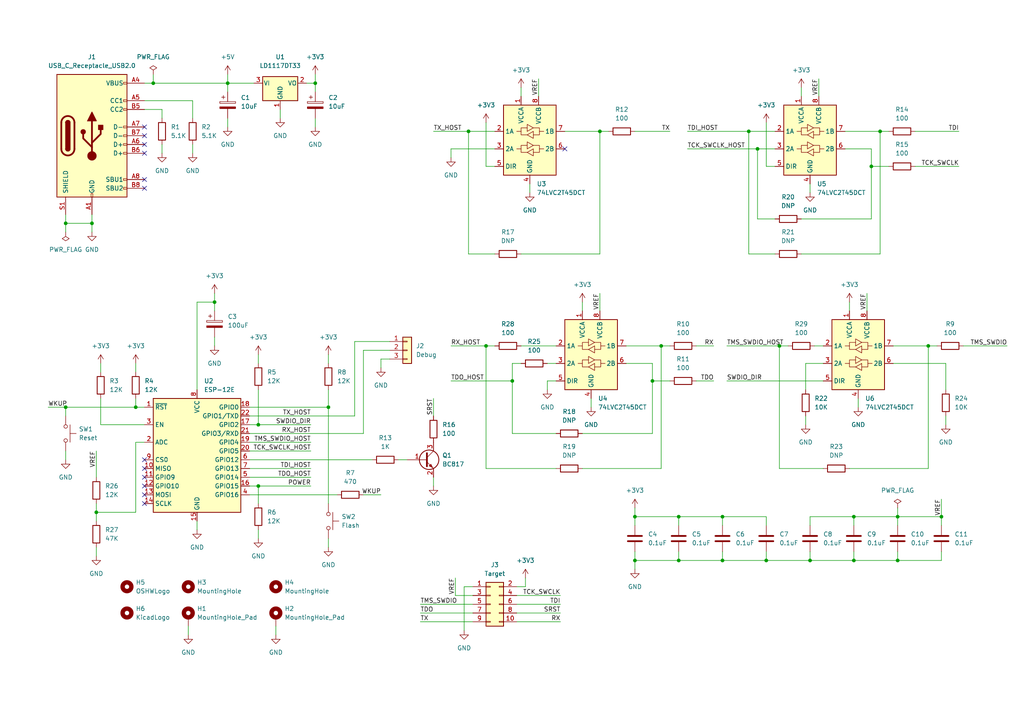
<source format=kicad_sch>
(kicad_sch (version 20211123) (generator eeschema)
  (paper "A4")
  (lib_symbols
    (symbol "Connector:USB_C_Receptacle_USB2.0" (pin_names (offset 1.016))
      (property "Reference" "J" (at -10.16 19.05 0))
      (property "Value" "USB_C_Receptacle_USB2.0" (at 19.05 19.05 0))
      (symbol "USB_C_Receptacle_USB2.0_1_1"
        (pin passive line (at 0 -22.86 90) (length 5.08) (name "GND") (number "A1"))
        (pin passive line (at 0 -22.86 90) (length 5.08) hide (name "GND") (number "A12"))
        (pin passive line (at 15.24 15.24 180) (length 5.08) (name "VBUS") (number "A4"))
        (pin bidirectional line (at 15.24 10.16 180) (length 5.08) (name "CC1") (number "A5"))
        (pin bidirectional line (at 15.24 -2.54 180) (length 5.08) (name "D+") (number "A6"))
        (pin bidirectional line (at 15.24 2.54 180) (length 5.08) (name "D-") (number "A7"))
        (pin bidirectional line (at 15.24 -12.7 180) (length 5.08) (name "SBU1") (number "A8"))
        (pin passive line (at 15.24 15.24 180) (length 5.08) hide (name "VBUS") (number "A9"))
        (pin passive line (at 0 -22.86 90) (length 5.08) hide (name "GND") (number "B1"))
        (pin passive line (at 0 -22.86 90) (length 5.08) hide (name "GND") (number "B12"))
        (pin passive line (at 15.24 15.24 180) (length 5.08) hide (name "VBUS") (number "B4"))
        (pin bidirectional line (at 15.24 7.62 180) (length 5.08) (name "CC2") (number "B5"))
        (pin bidirectional line (at 15.24 -5.08 180) (length 5.08) (name "D+") (number "B6"))
        (pin bidirectional line (at 15.24 0 180) (length 5.08) (name "D-") (number "B7"))
        (pin bidirectional line (at 15.24 -15.24 180) (length 5.08) (name "SBU2") (number "B8"))
        (pin passive line (at 15.24 15.24 180) (length 5.08) hide (name "VBUS") (number "B9"))
        (pin passive line (at -7.62 -22.86 90) (length 5.08) (name "SHIELD") (number "S1"))
      )
    )
    (symbol "Connector_Generic:Conn_01x03" (pin_names (offset 1.016) hide)
      (property "Reference" "J" (at 0 5.08 0))
      (property "Value" "Conn_01x03" (at 0 -5.08 0))
      (symbol "Conn_01x03_1_1"
        (pin passive line (at -5.08 2.54 0) (length 3.81) (name "Pin_1") (number "1"))
        (pin passive line (at -5.08 0 0) (length 3.81) (name "Pin_2") (number "2"))
        (pin passive line (at -5.08 -2.54 0) (length 3.81) (name "Pin_3") (number "3"))
      )
    )
    (symbol "Connector_Generic:Conn_02x05_Odd_Even" (pin_names (offset 1.016) hide)
      (property "Reference" "J" (at 1.27 7.62 0))
      (property "Value" "Conn_02x05_Odd_Even" (at 1.27 -7.62 0))
      (symbol "Conn_02x05_Odd_Even_1_1"
        (pin passive line (at -5.08 5.08 0) (length 3.81) (name "Pin_1") (number "1"))
        (pin passive line (at 7.62 -5.08 180) (length 3.81) (name "Pin_10") (number "10"))
        (pin passive line (at 7.62 5.08 180) (length 3.81) (name "Pin_2") (number "2"))
        (pin passive line (at -5.08 2.54 0) (length 3.81) (name "Pin_3") (number "3"))
        (pin passive line (at 7.62 2.54 180) (length 3.81) (name "Pin_4") (number "4"))
        (pin passive line (at -5.08 0 0) (length 3.81) (name "Pin_5") (number "5"))
        (pin passive line (at 7.62 0 180) (length 3.81) (name "Pin_6") (number "6"))
        (pin passive line (at -5.08 -2.54 0) (length 3.81) (name "Pin_7") (number "7"))
        (pin passive line (at 7.62 -2.54 180) (length 3.81) (name "Pin_8") (number "8"))
        (pin passive line (at -5.08 -5.08 0) (length 3.81) (name "Pin_9") (number "9"))
      )
    )
    (symbol "Device:C" (pin_numbers hide) (pin_names (offset 0.254))
      (property "Reference" "C" (at 0.635 2.54 0))
      (property "Value" "C" (at 0.635 -2.54 0))
      (symbol "C_1_1"
        (pin passive line (at 0 3.81 270) (length 2.794) (name "~") (number "1"))
        (pin passive line (at 0 -3.81 90) (length 2.794) (name "~") (number "2"))
      )
    )
    (symbol "Device:C_Polarized" (pin_numbers hide) (pin_names (offset 0.254))
      (property "Reference" "C" (at 0.635 2.54 0))
      (property "Value" "C_Polarized" (at 0.635 -2.54 0))
      (symbol "C_Polarized_1_1"
        (pin passive line (at 0 3.81 270) (length 2.794) (name "~") (number "1"))
        (pin passive line (at 0 -3.81 90) (length 2.794) (name "~") (number "2"))
      )
    )
    (symbol "Device:Q_PMOS_GSD" (pin_names (offset 0) hide)
      (property "Reference" "Q" (at 5.08 1.27 0))
      (property "Value" "Q_PMOS_GSD" (at 5.08 -1.27 0))
      (symbol "Q_PMOS_GSD_1_1"
        (pin input line (at -5.08 0 0) (length 2.54) (name "G") (number "1"))
        (pin passive line (at 2.54 -5.08 90) (length 2.54) (name "S") (number "2"))
        (pin passive line (at 2.54 5.08 270) (length 2.54) (name "D") (number "3"))
      )
    )
    (symbol "Device:R" (pin_numbers hide) (pin_names (offset 0))
      (property "Reference" "R" (at 2.032 0 90))
      (property "Value" "R" (at 0 0 90))
      (symbol "R_1_1"
        (pin passive line (at 0 3.81 270) (length 1.27) (name "~") (number "1"))
        (pin passive line (at 0 -3.81 90) (length 1.27) (name "~") (number "2"))
      )
    )
    (symbol "Logic_LevelTranslator:74LVC2T45DC"
      (property "Reference" "U" (at 6.35 -11.43 0))
      (property "Value" "74LVC2T45DC" (at 10.16 11.43 0))
      (symbol "74LVC2T45DC_1_1"
        (pin power_in line (at -2.54 12.7 270) (length 2.54) (name "VCCA") (number "1"))
        (pin bidirectional line (at -10.16 2.54 0) (length 2.54) (name "1A") (number "2"))
        (pin bidirectional line (at -10.16 -2.54 0) (length 2.54) (name "2A") (number "3"))
        (pin power_in line (at 0 -12.7 90) (length 2.54) (name "GND") (number "4"))
        (pin input line (at -10.16 -7.62 0) (length 2.54) (name "DIR") (number "5"))
        (pin bidirectional line (at 10.16 -2.54 180) (length 2.54) (name "2B") (number "6"))
        (pin bidirectional line (at 10.16 2.54 180) (length 2.54) (name "1B") (number "7"))
        (pin power_in line (at 2.54 12.7 270) (length 2.54) (name "VCCB") (number "8"))
      )
    )
    (symbol "Mechanical:MountingHole" (pin_names (offset 1.016))
      (property "Reference" "H" (at 0 5.08 0))
      (property "Value" "MountingHole" (at 0 3.175 0))
    )
    (symbol "Mechanical:MountingHole_Pad" (pin_numbers hide) (pin_names (offset 1.016) hide)
      (property "Reference" "H" (at 0 6.35 0))
      (property "Value" "MountingHole_Pad" (at 0 4.445 0))
      (symbol "MountingHole_Pad_1_1"
        (pin input line (at 0 -2.54 90) (length 2.54) (name "1") (number "1"))
      )
    )
    (symbol "RF_Module:ESP-12E"
      (property "Reference" "U" (at -12.7 19.05 0))
      (property "Value" "ESP-12E" (at 12.7 19.05 0))
      (symbol "ESP-12E_1_1"
        (pin input line (at -15.24 15.24 0) (length 2.54) (name "~{RST}") (number "1"))
        (pin bidirectional line (at -15.24 -2.54 0) (length 2.54) (name "MISO") (number "10"))
        (pin bidirectional line (at -15.24 -5.08 0) (length 2.54) (name "GPIO9") (number "11"))
        (pin bidirectional line (at -15.24 -7.62 0) (length 2.54) (name "GPIO10") (number "12"))
        (pin bidirectional line (at -15.24 -10.16 0) (length 2.54) (name "MOSI") (number "13"))
        (pin bidirectional line (at -15.24 -12.7 0) (length 2.54) (name "SCLK") (number "14"))
        (pin power_in line (at 0 -17.78 90) (length 2.54) (name "GND") (number "15"))
        (pin bidirectional line (at 15.24 -7.62 180) (length 2.54) (name "GPIO15") (number "16"))
        (pin bidirectional line (at 15.24 10.16 180) (length 2.54) (name "GPIO2") (number "17"))
        (pin bidirectional line (at 15.24 15.24 180) (length 2.54) (name "GPIO0") (number "18"))
        (pin bidirectional line (at 15.24 5.08 180) (length 2.54) (name "GPIO4") (number "19"))
        (pin input line (at -15.24 5.08 0) (length 2.54) (name "ADC") (number "2"))
        (pin bidirectional line (at 15.24 2.54 180) (length 2.54) (name "GPIO5") (number "20"))
        (pin bidirectional line (at 15.24 7.62 180) (length 2.54) (name "GPIO3/RXD") (number "21"))
        (pin bidirectional line (at 15.24 12.7 180) (length 2.54) (name "GPIO1/TXD") (number "22"))
        (pin input line (at -15.24 10.16 0) (length 2.54) (name "EN") (number "3"))
        (pin bidirectional line (at 15.24 -10.16 180) (length 2.54) (name "GPIO16") (number "4"))
        (pin bidirectional line (at 15.24 -5.08 180) (length 2.54) (name "GPIO14") (number "5"))
        (pin bidirectional line (at 15.24 0 180) (length 2.54) (name "GPIO12") (number "6"))
        (pin bidirectional line (at 15.24 -2.54 180) (length 2.54) (name "GPIO13") (number "7"))
        (pin power_in line (at 0 20.32 270) (length 2.54) (name "VCC") (number "8"))
        (pin input line (at -15.24 0 0) (length 2.54) (name "CS0") (number "9"))
      )
    )
    (symbol "Regulator_Linear:NCP1117-3.3_TO252" (pin_names (offset 0.254))
      (property "Reference" "U" (at -3.81 3.175 0))
      (property "Value" "NCP1117-3.3_TO252" (at 0 3.175 0))
      (symbol "NCP1117-3.3_TO252_1_1"
        (pin power_in line (at 0 -7.62 90) (length 2.54) (name "GND") (number "1"))
        (pin power_out line (at 7.62 0 180) (length 2.54) (name "VO") (number "2"))
        (pin power_in line (at -7.62 0 0) (length 2.54) (name "VI") (number "3"))
      )
    )
    (symbol "Switch:SW_Push" (pin_numbers hide) (pin_names (offset 1.016) hide)
      (property "Reference" "SW" (at 1.27 2.54 0))
      (property "Value" "SW_Push" (at 0 -1.524 0))
      (symbol "SW_Push_0_1"
        (pin passive line (at -5.08 0 0) (length 2.54) (name "1") (number "1"))
        (pin passive line (at 5.08 0 180) (length 2.54) (name "2") (number "2"))
      )
    )
    (symbol "Transistor_BJT:BC817" (pin_names (offset 0) hide)
      (property "Reference" "Q" (at 5.08 1.905 0))
      (property "Value" "BC817" (at 5.08 0 0))
      (symbol "BC817_1_1"
        (pin input line (at -5.08 0 0) (length 5.715) (name "B") (number "1"))
        (pin passive line (at 2.54 -5.08 90) (length 2.54) (name "E") (number "2"))
        (pin passive line (at 2.54 5.08 270) (length 2.54) (name "C") (number "3"))
      )
    )
    (symbol "power:+3.3V" (power) (pin_names (offset 0))
      (property "Value" "+3.3V" (at 0 3.556 0))
      (symbol "+3.3V_1_1"
        (pin power_in line (at 0 0 90) (length 0) hide (name "+3V3") (number "1"))
      )
    )
    (symbol "power:+5V" (power) (pin_names (offset 0))
      (property "Value" "+5V" (at 0 3.556 0))
      (symbol "+5V_1_1"
        (pin power_in line (at 0 0 90) (length 0) hide (name "+5V") (number "1"))
      )
    )
    (symbol "power:GND" (power) (pin_names (offset 0))
      (property "Value" "GND" (at 0 -3.81 0))
      (symbol "GND_1_1"
        (pin power_in line (at 0 0 270) (length 0) hide (name "GND") (number "1"))
      )
    )
    (symbol "power:PWR_FLAG" (power) (pin_numbers hide) (pin_names (offset 0) hide)
      (property "Value" "PWR_FLAG" (at 0 3.81 0))
      (symbol "PWR_FLAG_0_0"
        (pin power_out line (at 0 0 90) (length 0) (name "pwr") (number "1"))
      )
    )
  )
  (junction (at 196.85 162.56))
  (junction (at 148.59 110.49))
  (junction (at 184.15 149.86))
  (junction (at 247.65 149.86))
  (junction (at 196.85 149.86))
  (junction (at 91.44 24.13))
  (junction (at 95.25 118.11))
  (junction (at 74.93 140.97))
  (junction (at 135.89 38.1))
  (junction (at 191.77 100.33))
  (junction (at 140.97 100.33))
  (junction (at 247.65 162.56))
  (junction (at 209.55 162.56))
  (junction (at 269.24 100.33))
  (junction (at 39.37 118.11))
  (junction (at 222.25 162.56))
  (junction (at 189.23 110.49))
  (junction (at 260.35 149.86))
  (junction (at 260.35 162.56))
  (junction (at 209.55 149.86))
  (junction (at 74.93 123.19))
  (junction (at 252.73 48.26))
  (junction (at 19.05 118.11))
  (junction (at 184.15 162.56))
  (junction (at 62.23 87.63))
  (junction (at 349.25 156.21))
  (junction (at 273.05 149.86))
  (junction (at 234.95 162.56))
  (junction (at 19.05 64.77))
  (junction (at 255.27 38.1))
  (junction (at 217.17 38.1))
  (junction (at 66.04 24.13))
  (junction (at 173.99 38.1))
  (junction (at 219.71 43.18))
  (junction (at 26.67 64.77))
  (junction (at 349.25 168.91))
  (junction (at 226.06 100.33))
  (junction (at 44.45 24.13))
  (junction (at 27.94 148.59))
  (no_connect (at 163.83 43.18))
  (no_connect (at 41.91 54.61))
  (no_connect (at 41.91 41.91))
  (no_connect (at 41.91 39.37))
  (no_connect (at 41.91 36.83))
  (no_connect (at 41.91 52.07))
  (no_connect (at 41.91 44.45))
  (no_connect (at 41.91 140.97))
  (no_connect (at 41.91 143.51))
  (no_connect (at 41.91 146.05))
  (no_connect (at 41.91 135.89))
  (no_connect (at 41.91 138.43))
  (no_connect (at 41.91 133.35))
  (wire (pts (xy 248.92 115.57) (xy 248.92 118.11)))
  (wire (pts (xy 26.67 64.77) (xy 26.67 67.31)))
  (wire (pts (xy 80.01 181.61) (xy 80.01 184.15)))
  (wire (pts (xy 209.55 149.86) (xy 222.25 149.86)))
  (wire (pts (xy 184.15 160.02) (xy 184.15 162.56)))
  (wire (pts (xy 72.39 143.51) (xy 97.79 143.51)))
  (wire (pts (xy 210.82 110.49) (xy 238.76 110.49)))
  (wire (pts (xy 72.39 125.73) (xy 105.41 125.73)))
  (wire (pts (xy 57.15 151.13) (xy 57.15 153.67)))
  (wire (pts (xy 269.24 135.89) (xy 269.24 100.33)))
  (wire (pts (xy 74.93 140.97) (xy 72.39 140.97)))
  (wire (pts (xy 269.24 100.33) (xy 259.08 100.33)))
  (wire (pts (xy 66.04 24.13) (xy 73.66 24.13)))
  (wire (pts (xy 105.41 125.73) (xy 105.41 101.6)))
  (wire (pts (xy 331.47 156.21) (xy 334.01 156.21)))
  (wire (pts (xy 132.08 167.64) (xy 132.08 172.72)))
  (wire (pts (xy 29.21 123.19) (xy 29.21 115.57)))
  (wire (pts (xy 72.39 120.65) (xy 102.87 120.65)))
  (wire (pts (xy 39.37 105.41) (xy 39.37 107.95)))
  (wire (pts (xy 132.08 172.72) (xy 137.16 172.72)))
  (wire (pts (xy 219.71 63.5) (xy 219.71 43.18)))
  (wire (pts (xy 140.97 135.89) (xy 140.97 100.33)))
  (wire (pts (xy 349.25 181.61) (xy 349.25 184.15)))
  (wire (pts (xy 121.92 180.34) (xy 137.16 180.34)))
  (wire (pts (xy 189.23 105.41) (xy 181.61 105.41)))
  (wire (pts (xy 252.73 48.26) (xy 257.81 48.26)))
  (wire (pts (xy 66.04 34.29) (xy 66.04 36.83)))
  (wire (pts (xy 125.73 38.1) (xy 135.89 38.1)))
  (wire (pts (xy 237.49 22.86) (xy 237.49 27.94)))
  (wire (pts (xy 57.15 87.63) (xy 62.23 87.63)))
  (wire (pts (xy 130.81 110.49) (xy 148.59 110.49)))
  (wire (pts (xy 102.87 99.06) (xy 113.03 99.06)))
  (wire (pts (xy 273.05 144.78) (xy 273.05 149.86)))
  (wire (pts (xy 102.87 120.65) (xy 102.87 99.06)))
  (wire (pts (xy 91.44 34.29) (xy 91.44 36.83)))
  (wire (pts (xy 226.06 135.89) (xy 226.06 100.33)))
  (wire (pts (xy 251.46 85.09) (xy 251.46 90.17)))
  (wire (pts (xy 156.21 22.86) (xy 156.21 27.94)))
  (wire (pts (xy 201.93 110.49) (xy 207.01 110.49)))
  (wire (pts (xy 151.13 73.66) (xy 173.99 73.66)))
  (wire (pts (xy 41.91 123.19) (xy 29.21 123.19)))
  (wire (pts (xy 171.45 115.57) (xy 171.45 118.11)))
  (wire (pts (xy 62.23 85.09) (xy 62.23 87.63)))
  (wire (pts (xy 168.91 135.89) (xy 191.77 135.89)))
  (wire (pts (xy 273.05 149.86) (xy 260.35 149.86)))
  (wire (pts (xy 158.75 110.49) (xy 161.29 110.49)))
  (wire (pts (xy 41.91 29.21) (xy 55.88 29.21)))
  (wire (pts (xy 331.47 153.67) (xy 331.47 156.21)))
  (wire (pts (xy 130.81 43.18) (xy 143.51 43.18)))
  (wire (pts (xy 372.11 156.21) (xy 364.49 156.21)))
  (wire (pts (xy 349.25 166.37) (xy 349.25 168.91)))
  (wire (pts (xy 173.99 38.1) (xy 163.83 38.1)))
  (wire (pts (xy 273.05 152.4) (xy 273.05 149.86)))
  (wire (pts (xy 260.35 149.86) (xy 260.35 152.4)))
  (wire (pts (xy 217.17 38.1) (xy 224.79 38.1)))
  (wire (pts (xy 105.41 101.6) (xy 113.03 101.6)))
  (wire (pts (xy 222.25 160.02) (xy 222.25 162.56)))
  (wire (pts (xy 72.39 138.43) (xy 90.17 138.43)))
  (wire (pts (xy 161.29 125.73) (xy 148.59 125.73)))
  (wire (pts (xy 259.08 105.41) (xy 274.32 105.41)))
  (wire (pts (xy 222.25 162.56) (xy 234.95 162.56)))
  (wire (pts (xy 91.44 21.59) (xy 91.44 24.13)))
  (wire (pts (xy 209.55 162.56) (xy 222.25 162.56)))
  (wire (pts (xy 168.91 87.63) (xy 168.91 90.17)))
  (wire (pts (xy 274.32 120.65) (xy 274.32 123.19)))
  (wire (pts (xy 158.75 110.49) (xy 158.75 113.03)))
  (wire (pts (xy 105.41 143.51) (xy 110.49 143.51)))
  (wire (pts (xy 140.97 100.33) (xy 143.51 100.33)))
  (wire (pts (xy 152.4 170.18) (xy 152.4 167.64)))
  (wire (pts (xy 260.35 160.02) (xy 260.35 162.56)))
  (wire (pts (xy 41.91 24.13) (xy 44.45 24.13)))
  (wire (pts (xy 210.82 100.33) (xy 226.06 100.33)))
  (wire (pts (xy 233.68 105.41) (xy 238.76 105.41)))
  (wire (pts (xy 189.23 125.73) (xy 189.23 110.49)))
  (wire (pts (xy 125.73 115.57) (xy 125.73 120.65)))
  (wire (pts (xy 19.05 118.11) (xy 39.37 118.11)))
  (wire (pts (xy 72.39 130.81) (xy 90.17 130.81)))
  (wire (pts (xy 323.85 176.53) (xy 331.47 176.53)))
  (wire (pts (xy 149.86 170.18) (xy 152.4 170.18)))
  (wire (pts (xy 344.17 156.21) (xy 349.25 156.21)))
  (wire (pts (xy 153.67 53.34) (xy 153.67 55.88)))
  (wire (pts (xy 95.25 102.87) (xy 95.25 105.41)))
  (wire (pts (xy 265.43 48.26) (xy 278.13 48.26)))
  (wire (pts (xy 41.91 118.11) (xy 39.37 118.11)))
  (wire (pts (xy 260.35 149.86) (xy 247.65 149.86)))
  (wire (pts (xy 148.59 105.41) (xy 151.13 105.41)))
  (wire (pts (xy 252.73 63.5) (xy 252.73 48.26)))
  (wire (pts (xy 57.15 113.03) (xy 57.15 87.63)))
  (wire (pts (xy 279.4 100.33) (xy 292.1 100.33)))
  (wire (pts (xy 339.09 163.83) (xy 339.09 168.91)))
  (wire (pts (xy 140.97 35.56) (xy 140.97 48.26)))
  (wire (pts (xy 115.57 133.35) (xy 118.11 133.35)))
  (wire (pts (xy 168.91 125.73) (xy 189.23 125.73)))
  (wire (pts (xy 265.43 38.1) (xy 278.13 38.1)))
  (wire (pts (xy 222.25 48.26) (xy 224.79 48.26)))
  (wire (pts (xy 196.85 149.86) (xy 196.85 152.4)))
  (wire (pts (xy 234.95 53.34) (xy 234.95 55.88)))
  (wire (pts (xy 74.93 123.19) (xy 90.17 123.19)))
  (wire (pts (xy 62.23 97.79) (xy 62.23 100.33)))
  (wire (pts (xy 173.99 73.66) (xy 173.99 38.1)))
  (wire (pts (xy 359.41 168.91) (xy 349.25 168.91)))
  (wire (pts (xy 54.61 181.61) (xy 54.61 184.15)))
  (wire (pts (xy 19.05 64.77) (xy 19.05 67.31)))
  (wire (pts (xy 149.86 175.26) (xy 162.56 175.26)))
  (wire (pts (xy 81.28 31.75) (xy 81.28 34.29)))
  (wire (pts (xy 95.25 156.21) (xy 95.25 158.75)))
  (wire (pts (xy 19.05 130.81) (xy 19.05 133.35)))
  (wire (pts (xy 151.13 25.4) (xy 151.13 27.94)))
  (wire (pts (xy 72.39 123.19) (xy 74.93 123.19)))
  (wire (pts (xy 246.38 87.63) (xy 246.38 90.17)))
  (wire (pts (xy 39.37 128.27) (xy 39.37 148.59)))
  (wire (pts (xy 46.99 31.75) (xy 41.91 31.75)))
  (wire (pts (xy 199.39 38.1) (xy 217.17 38.1)))
  (wire (pts (xy 151.13 100.33) (xy 161.29 100.33)))
  (wire (pts (xy 196.85 149.86) (xy 209.55 149.86)))
  (wire (pts (xy 349.25 168.91) (xy 349.25 171.45)))
  (wire (pts (xy 74.93 140.97) (xy 90.17 140.97)))
  (wire (pts (xy 257.81 38.1) (xy 255.27 38.1)))
  (wire (pts (xy 62.23 87.63) (xy 62.23 90.17)))
  (wire (pts (xy 255.27 38.1) (xy 245.11 38.1)))
  (wire (pts (xy 148.59 125.73) (xy 148.59 110.49)))
  (wire (pts (xy 46.99 41.91) (xy 46.99 44.45)))
  (wire (pts (xy 247.65 149.86) (xy 247.65 152.4)))
  (wire (pts (xy 189.23 110.49) (xy 189.23 105.41)))
  (wire (pts (xy 224.79 63.5) (xy 219.71 63.5)))
  (wire (pts (xy 161.29 135.89) (xy 140.97 135.89)))
  (wire (pts (xy 247.65 162.56) (xy 260.35 162.56)))
  (wire (pts (xy 19.05 64.77) (xy 26.67 64.77)))
  (wire (pts (xy 234.95 160.02) (xy 234.95 162.56)))
  (wire (pts (xy 27.94 158.75) (xy 27.94 161.29)))
  (wire (pts (xy 238.76 135.89) (xy 226.06 135.89)))
  (wire (pts (xy 199.39 43.18) (xy 219.71 43.18)))
  (wire (pts (xy 339.09 176.53) (xy 341.63 176.53)))
  (wire (pts (xy 252.73 43.18) (xy 245.11 43.18)))
  (wire (pts (xy 246.38 135.89) (xy 269.24 135.89)))
  (wire (pts (xy 72.39 135.89) (xy 90.17 135.89)))
  (wire (pts (xy 226.06 100.33) (xy 228.6 100.33)))
  (wire (pts (xy 72.39 133.35) (xy 107.95 133.35)))
  (wire (pts (xy 95.25 113.03) (xy 95.25 118.11)))
  (wire (pts (xy 19.05 62.23) (xy 19.05 64.77)))
  (wire (pts (xy 184.15 147.32) (xy 184.15 149.86)))
  (wire (pts (xy 29.21 105.41) (xy 29.21 107.95)))
  (wire (pts (xy 44.45 21.59) (xy 44.45 24.13)))
  (wire (pts (xy 121.92 177.8) (xy 137.16 177.8)))
  (wire (pts (xy 149.86 172.72) (xy 162.56 172.72)))
  (wire (pts (xy 232.41 73.66) (xy 255.27 73.66)))
  (wire (pts (xy 95.25 118.11) (xy 95.25 146.05)))
  (wire (pts (xy 247.65 160.02) (xy 247.65 162.56)))
  (wire (pts (xy 184.15 162.56) (xy 184.15 165.1)))
  (wire (pts (xy 143.51 73.66) (xy 135.89 73.66)))
  (wire (pts (xy 149.86 177.8) (xy 162.56 177.8)))
  (wire (pts (xy 349.25 156.21) (xy 354.33 156.21)))
  (wire (pts (xy 209.55 149.86) (xy 209.55 152.4)))
  (wire (pts (xy 95.25 118.11) (xy 72.39 118.11)))
  (wire (pts (xy 224.79 73.66) (xy 217.17 73.66)))
  (wire (pts (xy 74.93 153.67) (xy 74.93 156.21)))
  (wire (pts (xy 140.97 48.26) (xy 143.51 48.26)))
  (wire (pts (xy 135.89 38.1) (xy 143.51 38.1)))
  (wire (pts (xy 234.95 149.86) (xy 234.95 152.4)))
  (wire (pts (xy 130.81 45.72) (xy 130.81 43.18)))
  (wire (pts (xy 271.78 100.33) (xy 269.24 100.33)))
  (wire (pts (xy 134.62 170.18) (xy 137.16 170.18)))
  (wire (pts (xy 349.25 156.21) (xy 349.25 158.75)))
  (wire (pts (xy 252.73 48.26) (xy 252.73 43.18)))
  (wire (pts (xy 135.89 73.66) (xy 135.89 38.1)))
  (wire (pts (xy 217.17 73.66) (xy 217.17 38.1)))
  (wire (pts (xy 233.68 120.65) (xy 233.68 123.19)))
  (wire (pts (xy 247.65 149.86) (xy 234.95 149.86)))
  (wire (pts (xy 201.93 100.33) (xy 207.01 100.33)))
  (wire (pts (xy 39.37 148.59) (xy 27.94 148.59)))
  (wire (pts (xy 55.88 41.91) (xy 55.88 44.45)))
  (wire (pts (xy 222.25 149.86) (xy 222.25 152.4)))
  (wire (pts (xy 26.67 62.23) (xy 26.67 64.77)))
  (wire (pts (xy 233.68 105.41) (xy 233.68 113.03)))
  (wire (pts (xy 74.93 102.87) (xy 74.93 105.41)))
  (wire (pts (xy 274.32 113.03) (xy 274.32 105.41)))
  (wire (pts (xy 55.88 29.21) (xy 55.88 34.29)))
  (wire (pts (xy 184.15 149.86) (xy 196.85 149.86)))
  (wire (pts (xy 219.71 43.18) (xy 224.79 43.18)))
  (wire (pts (xy 184.15 162.56) (xy 196.85 162.56)))
  (wire (pts (xy 134.62 182.88) (xy 134.62 170.18)))
  (wire (pts (xy 91.44 24.13) (xy 88.9 24.13)))
  (wire (pts (xy 158.75 105.41) (xy 161.29 105.41)))
  (wire (pts (xy 110.49 104.14) (xy 110.49 106.68)))
  (wire (pts (xy 209.55 160.02) (xy 209.55 162.56)))
  (wire (pts (xy 91.44 24.13) (xy 91.44 26.67)))
  (wire (pts (xy 110.49 104.14) (xy 113.03 104.14)))
  (wire (pts (xy 191.77 100.33) (xy 181.61 100.33)))
  (wire (pts (xy 121.92 175.26) (xy 137.16 175.26)))
  (wire (pts (xy 72.39 128.27) (xy 90.17 128.27)))
  (wire (pts (xy 27.94 148.59) (xy 27.94 151.13)))
  (wire (pts (xy 222.25 35.56) (xy 222.25 48.26)))
  (wire (pts (xy 149.86 180.34) (xy 162.56 180.34)))
  (wire (pts (xy 194.31 100.33) (xy 191.77 100.33)))
  (wire (pts (xy 39.37 118.11) (xy 39.37 115.57)))
  (wire (pts (xy 260.35 147.32) (xy 260.35 149.86)))
  (wire (pts (xy 359.41 163.83) (xy 359.41 168.91)))
  (wire (pts (xy 184.15 149.86) (xy 184.15 152.4)))
  (wire (pts (xy 46.99 34.29) (xy 46.99 31.75)))
  (wire (pts (xy 255.27 73.66) (xy 255.27 38.1)))
  (wire (pts (xy 44.45 24.13) (xy 66.04 24.13)))
  (wire (pts (xy 125.73 138.43) (xy 125.73 140.97)))
  (wire (pts (xy 66.04 24.13) (xy 66.04 21.59)))
  (wire (pts (xy 189.23 110.49) (xy 194.31 110.49)))
  (wire (pts (xy 236.22 100.33) (xy 238.76 100.33)))
  (wire (pts (xy 184.15 38.1) (xy 194.31 38.1)))
  (wire (pts (xy 74.93 146.05) (xy 74.93 140.97)))
  (wire (pts (xy 232.41 63.5) (xy 252.73 63.5)))
  (wire (pts (xy 196.85 160.02) (xy 196.85 162.56)))
  (wire (pts (xy 66.04 24.13) (xy 66.04 26.67)))
  (wire (pts (xy 148.59 110.49) (xy 148.59 105.41)))
  (wire (pts (xy 273.05 160.02) (xy 273.05 162.56)))
  (wire (pts (xy 27.94 130.81) (xy 27.94 138.43)))
  (wire (pts (xy 191.77 135.89) (xy 191.77 100.33)))
  (wire (pts (xy 130.81 100.33) (xy 140.97 100.33)))
  (wire (pts (xy 74.93 123.19) (xy 74.93 113.03)))
  (wire (pts (xy 19.05 120.65) (xy 19.05 118.11)))
  (wire (pts (xy 27.94 146.05) (xy 27.94 148.59)))
  (wire (pts (xy 173.99 85.09) (xy 173.99 90.17)))
  (wire (pts (xy 19.05 118.11) (xy 13.97 118.11)))
  (wire (pts (xy 260.35 162.56) (xy 273.05 162.56)))
  (wire (pts (xy 232.41 25.4) (xy 232.41 27.94)))
  (wire (pts (xy 41.91 128.27) (xy 39.37 128.27)))
  (wire (pts (xy 176.53 38.1) (xy 173.99 38.1)))
  (wire (pts (xy 339.09 168.91) (xy 349.25 168.91)))
  (wire (pts (xy 196.85 162.56) (xy 209.55 162.56)))
  (wire (pts (xy 234.95 162.56) (xy 247.65 162.56)))
  (label "TCK_SWCLK_HOST" (at 90.17 130.81 180))
  (label "RX_HOST" (at 130.81 100.33 0))
  (label "TDO_HOST" (at 90.17 138.43 180))
  (label "TMS_SWDIO" (at 121.92 175.26 0))
  (label "TX_HOST" (at 90.17 120.65 180))
  (label "VREF" (at 173.99 85.09 270))
  (label "TMS_SWDIO_HOST" (at 210.82 100.33 0))
  (label "VREF" (at 156.21 22.86 270))
  (label "TDI" (at 278.13 38.1 180))
  (label "TMS_SWDIO" (at 292.1 100.33 180))
  (label "TX" (at 194.31 38.1 180))
  (label "TDI_HOST" (at 199.39 38.1 0))
  (label "RX" (at 162.56 180.34 180))
  (label "SWDIO_DIR" (at 210.82 110.49 0))
  (label "VREF" (at 132.08 167.64 270))
  (label "TDO_HOST" (at 130.81 110.49 0))
  (label "VREF" (at 27.94 130.81 270))
  (label "TDO" (at 121.92 177.8 0))
  (label "VREF" (at 273.05 144.78 270))
  (label "RX" (at 207.01 100.33 180))
  (label "WKUP" (at 110.49 143.51 180))
  (label "RX_HOST" (at 90.17 125.73 180))
  (label "SRST" (at 162.56 177.8 180))
  (label "VREF" (at 251.46 85.09 270))
  (label "SRST" (at 125.73 115.57 270))
  (label "TDO" (at 207.01 110.49 180))
  (label "TCK_SWCLK" (at 162.56 172.72 180))
  (label "TDI_HOST" (at 90.17 135.89 180))
  (label "VREF" (at 372.11 156.21 180))
  (label "TX" (at 121.92 180.34 0))
  (label "TX_HOST" (at 125.73 38.1 0))
  (label "POWER" (at 323.85 176.53 0))
  (label "TCK_SWCLK_HOST" (at 199.39 43.18 0))
  (label "WKUP" (at 13.97 118.11 0))
  (label "TDI" (at 162.56 175.26 180))
  (label "TCK_SWCLK" (at 278.13 48.26 180))
  (label "SWDIO_DIR" (at 90.17 123.19 180))
  (label "VREF" (at 237.49 22.86 270))
  (label "TMS_SWDIO_HOST" (at 90.17 128.27 180))
  (label "POWER" (at 90.17 140.97 180))
  (symbol (lib_id "Device:R") (at 275.59 100.33 90) (unit 1)
    (property "Reference" "R9" (at 275.59 93.98 90))
    (property "Value" "100" (at 275.59 96.52 90))
    (property "Footprint" "Resistor_SMD:R_0603_1608Metric" (effects hide))
  )
  (symbol (lib_id "Logic_LevelTranslator:74LVC2T45DC") (at 171.45 102.87 0) (unit 1)
    (property "Reference" "U4" (at 173.4694 115.57 0) (effects (justify left)))
    (property "Value" "74LVC2T45DCT" (at 173.4694 118.11 0) (effects (justify left)))
    (property "Footprint" "Package_SO:VSSOP-8_3.0x3.0mm_P0.65mm" (effects hide))
    (property "Datasheet" "https://assets.nexperia.com/documents/data-sheet/74LVC_LVCH2T45.pdf" (effects hide))
  )
  (symbol (lib_id "power:GND") (at 74.93 156.21 0) (unit 1)
    (property "Reference" "#PWR0101" (effects hide))
    (property "Value" "GND" (at 74.93 161.29 0))
  )
  (symbol (lib_id "Device:Q_PMOS_GSD") (at 359.41 158.75 270) (mirror x) (unit 1)
    (property "Reference" "Q4" (at 359.41 148.59 90))
    (property "Value" "NX2301P" (at 359.41 151.13 90))
    (property "Footprint" "Package_TO_SOT_SMD:SOT-23" (effects hide))
  )
  (symbol (lib_id "Device:R") (at 29.21 111.76 0) (unit 1)
    (property "Reference" "R3" (at 31.75 110.4899 0) (effects (justify left)))
    (property "Value" "12K" (at 31.75 113.0299 0) (effects (justify left)))
    (property "Footprint" "Resistor_SMD:R_0603_1608Metric" (effects hide))
  )
  (symbol (lib_id "Device:C") (at 247.65 156.21 0) (unit 1)
    (property "Reference" "C9" (at 251.46 154.9399 0) (effects (justify left)))
    (property "Value" "0.1uF" (at 251.46 157.4799 0) (effects (justify left)))
    (property "Footprint" "Capacitor_SMD:C_0603_1608Metric" (effects hide))
  )
  (symbol (lib_id "power:+3.3V") (at 39.37 105.41 0) (unit 1)
    (property "Reference" "#PWR0109" (effects hide))
    (property "Value" "+3.3V" (at 39.37 100.33 0))
  )
  (symbol (lib_id "power:GND") (at 54.61 184.15 0) (unit 1)
    (property "Reference" "#PWR09" (effects hide))
    (property "Value" "GND" (at 54.61 189.23 0))
  )
  (symbol (lib_id "Device:R") (at 233.68 116.84 180) (unit 1)
    (property "Reference" "R22" (at 236.22 115.5699 0) (effects (justify right)))
    (property "Value" "10K" (at 236.22 118.1099 0) (effects (justify right)))
    (property "Footprint" "Resistor_SMD:R_0603_1608Metric" (effects hide))
  )
  (symbol (lib_id "power:+3.3V") (at 222.25 35.56 0) (unit 1)
    (property "Reference" "#PWR020" (effects hide))
    (property "Value" "+3.3V" (at 222.25 30.48 0))
  )
  (symbol (lib_id "Device:R") (at 27.94 154.94 180) (unit 1)
    (property "Reference" "R27" (at 30.48 153.6699 0) (effects (justify right)))
    (property "Value" "47K" (at 30.48 156.2099 0) (effects (justify right)))
    (property "Footprint" "Resistor_SMD:R_0603_1608Metric" (effects hide))
  )
  (symbol (lib_id "RF_Module:ESP-12E") (at 57.15 133.35 0) (unit 1)
    (property "Reference" "U2" (at 59.1694 110.49 0) (effects (justify left)))
    (property "Value" "ESP-12E" (at 59.1694 113.03 0) (effects (justify left)))
    (property "Footprint" "RF_Module:ESP-12E" (effects hide))
    (property "Datasheet" "http://wiki.ai-thinker.com/_media/esp8266/esp8266_series_modules_user_manual_v1.1.pdf" (effects hide))
  )
  (symbol (lib_id "power:GND") (at 110.49 106.68 0) (unit 1)
    (property "Reference" "#PWR0104" (effects hide))
    (property "Value" "GND" (at 110.49 111.76 0))
  )
  (symbol (lib_id "Device:C") (at 273.05 156.21 0) (unit 1)
    (property "Reference" "C11" (at 276.86 154.9399 0) (effects (justify left)))
    (property "Value" "0.1uF" (at 276.86 157.4799 0) (effects (justify left)))
    (property "Footprint" "Capacitor_SMD:C_0603_1608Metric" (effects hide))
  )
  (symbol (lib_id "power:GND") (at 62.23 100.33 0) (unit 1)
    (property "Reference" "#PWR0106" (effects hide))
    (property "Value" "GND" (at 62.23 105.41 0))
  )
  (symbol (lib_id "power:GND") (at 95.25 158.75 0) (unit 1)
    (property "Reference" "#PWR0102" (effects hide))
    (property "Value" "GND" (at 95.25 163.83 0))
  )
  (symbol (lib_id "Device:C_Polarized") (at 66.04 30.48 0) (unit 1)
    (property "Reference" "C1" (at 69.85 28.3209 0) (effects (justify left)))
    (property "Value" "10uF" (at 69.85 30.8609 0) (effects (justify left)))
    (property "Footprint" "Capacitor_Tantalum_SMD:CP_EIA-6032-20_AVX-F_Pad2.25x2.35mm_HandSolder" (effects hide))
  )
  (symbol (lib_id "Device:C") (at 209.55 156.21 0) (unit 1)
    (property "Reference" "C6" (at 213.36 154.9399 0) (effects (justify left)))
    (property "Value" "0.1uF" (at 213.36 157.4799 0) (effects (justify left)))
    (property "Footprint" "Capacitor_SMD:C_0603_1608Metric" (effects hide))
  )
  (symbol (lib_id "Device:C") (at 184.15 156.21 0) (unit 1)
    (property "Reference" "C4" (at 187.96 154.9399 0) (effects (justify left)))
    (property "Value" "0.1uF" (at 187.96 157.4799 0) (effects (justify left)))
    (property "Footprint" "Capacitor_SMD:C_0603_1608Metric" (effects hide))
  )
  (symbol (lib_id "power:GND") (at 153.67 55.88 0) (unit 1)
    (property "Reference" "#PWR016" (effects hide))
    (property "Value" "GND" (at 153.67 60.96 0))
  )
  (symbol (lib_id "power:GND") (at 66.04 36.83 0) (unit 1)
    (property "Reference" "#PWR05" (effects hide))
    (property "Value" "GND" (at 66.04 41.91 0))
  )
  (symbol (lib_id "power:+3.3V") (at 152.4 167.64 0) (unit 1)
    (property "Reference" "#PWR015" (effects hide))
    (property "Value" "+3.3V" (at 152.4 162.56 0))
  )
  (symbol (lib_id "power:GND") (at 130.81 45.72 0) (unit 1)
    (property "Reference" "#PWR012" (effects hide))
    (property "Value" "GND" (at 130.81 50.8 0))
  )
  (symbol (lib_id "Regulator_Linear:NCP1117-3.3_TO252") (at 81.28 24.13 0) (unit 1)
    (property "Reference" "U1" (at 81.28 16.51 0))
    (property "Value" "LD1117DT33" (at 81.28 19.05 0))
    (property "Footprint" "Package_TO_SOT_SMD:TO-252-2" (effects hide))
    (property "Datasheet" "http://www.onsemi.com/pub_link/Collateral/NCP1117-D.PDF" (effects hide))
  )
  (symbol (lib_id "Device:R") (at 261.62 38.1 90) (unit 1)
    (property "Reference" "R14" (at 261.62 31.75 90))
    (property "Value" "100" (at 261.62 34.29 90))
    (property "Footprint" "Resistor_SMD:R_0603_1608Metric" (effects hide))
  )
  (symbol (lib_id "Device:R") (at 111.76 133.35 90) (unit 1)
    (property "Reference" "R13" (at 111.76 127 90))
    (property "Value" "1K" (at 111.76 129.54 90))
    (property "Footprint" "Resistor_SMD:R_0603_1608Metric" (effects hide))
  )
  (symbol (lib_id "power:GND") (at 248.92 118.11 0) (unit 1)
    (property "Reference" "#PWR025" (effects hide))
    (property "Value" "GND" (at 248.92 123.19 0))
  )
  (symbol (lib_id "power:GND") (at 19.05 133.35 0) (unit 1)
    (property "Reference" "#PWR0111" (effects hide))
    (property "Value" "GND" (at 19.05 138.43 0))
  )
  (symbol (lib_id "Device:C") (at 260.35 156.21 0) (unit 1)
    (property "Reference" "C10" (at 264.16 154.9399 0) (effects (justify left)))
    (property "Value" "0.1uF" (at 264.16 157.4799 0) (effects (justify left)))
    (property "Footprint" "Capacitor_SMD:C_0603_1608Metric" (effects hide))
  )
  (symbol (lib_id "power:GND") (at 158.75 113.03 0) (unit 1)
    (property "Reference" "#PWR017" (effects hide))
    (property "Value" "GND" (at 158.75 118.11 0))
  )
  (symbol (lib_id "Device:R") (at 242.57 135.89 90) (unit 1)
    (property "Reference" "R23" (at 242.57 129.54 90))
    (property "Value" "DNP" (at 242.57 132.08 90))
    (property "Footprint" "Resistor_SMD:R_0603_1608Metric" (effects hide))
  )
  (symbol (lib_id "power:GND") (at 27.94 161.29 0) (unit 1)
    (property "Reference" "#PWR0115" (effects hide))
    (property "Value" "GND" (at 27.94 166.37 0))
  )
  (symbol (lib_id "power:+3.3V") (at 246.38 87.63 0) (unit 1)
    (property "Reference" "#PWR024" (effects hide))
    (property "Value" "+3.3V" (at 246.38 82.55 0))
  )
  (symbol (lib_id "Device:R") (at 198.12 110.49 90) (unit 1)
    (property "Reference" "R11" (at 198.12 104.14 90))
    (property "Value" "100" (at 198.12 106.68 90))
    (property "Footprint" "Resistor_SMD:R_0603_1608Metric" (effects hide))
  )
  (symbol (lib_id "Switch:SW_Push") (at 19.05 125.73 270) (unit 1)
    (property "Reference" "SW1" (at 22.86 124.4599 90) (effects (justify left)))
    (property "Value" "Reset" (at 22.86 126.9999 90) (effects (justify left)))
    (property "Footprint" "Button_Switch_SMD:SW_SPST_PTS810" (effects hide))
  )
  (symbol (lib_id "Device:R") (at 125.73 124.46 180) (unit 1)
    (property "Reference" "R16" (at 128.27 123.1899 0) (effects (justify right)))
    (property "Value" "100" (at 128.27 125.7299 0) (effects (justify right)))
    (property "Footprint" "Resistor_SMD:R_0603_1608Metric" (effects hide))
  )
  (symbol (lib_id "Device:C") (at 222.25 156.21 0) (unit 1)
    (property "Reference" "C7" (at 226.06 154.9399 0) (effects (justify left)))
    (property "Value" "0.1uF" (at 226.06 157.4799 0) (effects (justify left)))
    (property "Footprint" "Capacitor_SMD:C_0603_1608Metric" (effects hide))
  )
  (symbol (lib_id "Device:R") (at 27.94 142.24 180) (unit 1)
    (property "Reference" "R26" (at 30.48 140.9699 0) (effects (justify right)))
    (property "Value" "12K" (at 30.48 143.5099 0) (effects (justify right)))
    (property "Footprint" "Resistor_SMD:R_0603_1608Metric" (effects hide))
  )
  (symbol (lib_id "power:+3.3V") (at 74.93 102.87 0) (unit 1)
    (property "Reference" "#PWR0107" (effects hide))
    (property "Value" "+3.3V" (at 74.93 97.79 0))
  )
  (symbol (lib_id "Logic_LevelTranslator:74LVC2T45DC") (at 234.95 40.64 0) (unit 1)
    (property "Reference" "U5" (at 236.9694 53.34 0) (effects (justify left)))
    (property "Value" "74LVC2T45DCT" (at 236.9694 55.88 0) (effects (justify left)))
    (property "Footprint" "Package_SO:VSSOP-8_3.0x3.0mm_P0.65mm" (effects hide))
    (property "Datasheet" "https://assets.nexperia.com/documents/data-sheet/74LVC_LVCH2T45.pdf" (effects hide))
  )
  (symbol (lib_id "Device:C") (at 234.95 156.21 0) (unit 1)
    (property "Reference" "C8" (at 238.76 154.9399 0) (effects (justify left)))
    (property "Value" "0.1uF" (at 238.76 157.4799 0) (effects (justify left)))
    (property "Footprint" "Capacitor_SMD:C_0603_1608Metric" (effects hide))
  )
  (symbol (lib_id "Device:R") (at 95.25 109.22 0) (unit 1)
    (property "Reference" "R8" (at 97.79 107.9499 0) (effects (justify left)))
    (property "Value" "12K" (at 97.79 110.4899 0) (effects (justify left)))
    (property "Footprint" "Resistor_SMD:R_0603_1608Metric" (effects hide))
  )
  (symbol (lib_id "Device:R") (at 55.88 38.1 0) (unit 1)
    (property "Reference" "R2" (at 58.42 36.8299 0) (effects (justify left)))
    (property "Value" "5.1K" (at 58.42 39.3699 0) (effects (justify left)))
    (property "Footprint" "Resistor_SMD:R_0603_1608Metric" (effects hide))
  )
  (symbol (lib_id "Device:Q_PMOS_GSD") (at 339.09 158.75 90) (unit 1)
    (property "Reference" "Q2" (at 339.09 148.59 90))
    (property "Value" "NX2301P" (at 339.09 151.13 90))
    (property "Footprint" "Package_TO_SOT_SMD:SOT-23" (effects hide))
  )
  (symbol (lib_id "Device:R") (at 335.28 176.53 270) (unit 1)
    (property "Reference" "R30" (at 335.28 170.18 90))
    (property "Value" "10K" (at 335.28 172.72 90))
    (property "Footprint" "Resistor_SMD:R_0603_1608Metric" (effects hide))
  )
  (symbol (lib_id "power:GND") (at 91.44 36.83 0) (unit 1)
    (property "Reference" "#PWR08" (effects hide))
    (property "Value" "GND" (at 91.44 41.91 0))
  )
  (symbol (lib_id "Device:R") (at 198.12 100.33 90) (unit 1)
    (property "Reference" "R10" (at 198.12 93.98 90))
    (property "Value" "100" (at 198.12 96.52 90))
    (property "Footprint" "Resistor_SMD:R_0603_1608Metric" (effects hide))
  )
  (symbol (lib_id "power:PWR_FLAG") (at 19.05 67.31 180) (unit 1)
    (property "Reference" "#FLG0101" (effects hide))
    (property "Value" "PWR_FLAG" (at 19.05 72.39 0))
  )
  (symbol (lib_id "Mechanical:MountingHole") (at 36.83 170.18 0) (unit 1)
    (property "Reference" "H5" (at 39.37 168.9099 0) (effects (justify left)))
    (property "Value" "OSHWLogo" (at 39.37 171.4499 0) (effects (justify left)))
    (property "Footprint" "Symbol:OSHW-Logo_5.7x6mm_SilkScreen" (effects hide))
  )
  (symbol (lib_id "power:GND") (at 134.62 182.88 0) (unit 1)
    (property "Reference" "#PWR0112" (effects hide))
    (property "Value" "GND" (at 134.62 187.96 0))
  )
  (symbol (lib_id "Logic_LevelTranslator:74LVC2T45DC") (at 248.92 102.87 0) (unit 1)
    (property "Reference" "U6" (at 250.9394 115.57 0) (effects (justify left)))
    (property "Value" "74LVC2T45DCT" (at 250.9394 118.11 0) (effects (justify left)))
    (property "Footprint" "Package_SO:VSSOP-8_3.0x3.0mm_P0.65mm" (effects hide))
    (property "Datasheet" "https://assets.nexperia.com/documents/data-sheet/74LVC_LVCH2T45.pdf" (effects hide))
  )
  (symbol (lib_id "Device:R") (at 165.1 125.73 90) (unit 1)
    (property "Reference" "R18" (at 165.1 119.38 90))
    (property "Value" "DNP" (at 165.1 121.92 90))
    (property "Footprint" "Resistor_SMD:R_0603_1608Metric" (effects hide))
  )
  (symbol (lib_id "power:+3.3V") (at 184.15 147.32 0) (unit 1)
    (property "Reference" "#PWR0113" (effects hide))
    (property "Value" "+3.3V" (at 184.15 142.24 0))
  )
  (symbol (lib_id "power:+3.3V") (at 151.13 25.4 0) (unit 1)
    (property "Reference" "#PWR014" (effects hide))
    (property "Value" "+3.3V" (at 151.13 20.32 0))
  )
  (symbol (lib_id "power:GND") (at 125.73 140.97 0) (unit 1)
    (property "Reference" "#PWR011" (effects hide))
    (property "Value" "GND" (at 125.73 146.05 0))
  )
  (symbol (lib_id "Device:R") (at 261.62 48.26 90) (unit 1)
    (property "Reference" "R15" (at 261.62 41.91 90))
    (property "Value" "100" (at 261.62 44.45 90))
    (property "Footprint" "Resistor_SMD:R_0603_1608Metric" (effects hide))
  )
  (symbol (lib_id "Device:R") (at 46.99 38.1 0) (unit 1)
    (property "Reference" "R1" (at 49.53 36.8299 0) (effects (justify left)))
    (property "Value" "5.1K" (at 49.53 39.3699 0) (effects (justify left)))
    (property "Footprint" "Resistor_SMD:R_0603_1608Metric" (effects hide))
  )
  (symbol (lib_id "Device:R") (at 274.32 116.84 180) (unit 1)
    (property "Reference" "R24" (at 276.86 115.5699 0) (effects (justify right)))
    (property "Value" "10K" (at 276.86 118.1099 0) (effects (justify right)))
    (property "Footprint" "Resistor_SMD:R_0603_1608Metric" (effects hide))
  )
  (symbol (lib_id "Connector:USB_C_Receptacle_USB2.0") (at 26.67 39.37 0) (unit 1)
    (property "Reference" "J1" (at 26.67 16.51 0))
    (property "Value" "USB_C_Receptacle_USB2.0" (at 26.67 19.05 0))
    (property "Footprint" "Connector_USB:USB_C_Receptacle_HRO_TYPE-C-31-M-12" (effects hide))
    (property "Datasheet" "https://www.usb.org/sites/default/files/documents/usb_type-c.zip" (effects hide))
  )
  (symbol (lib_id "power:GND") (at 234.95 55.88 0) (unit 1)
    (property "Reference" "#PWR022" (effects hide))
    (property "Value" "GND" (at 234.95 60.96 0))
  )
  (symbol (lib_id "power:+5V") (at 66.04 21.59 0) (unit 1)
    (property "Reference" "#PWR04" (effects hide))
    (property "Value" "+5V" (at 66.04 16.51 0))
  )
  (symbol (lib_id "power:GND") (at 81.28 34.29 0) (unit 1)
    (property "Reference" "#PWR06" (effects hide))
    (property "Value" "GND" (at 81.28 39.37 0))
  )
  (symbol (lib_id "Device:R") (at 228.6 63.5 90) (unit 1)
    (property "Reference" "R20" (at 228.6 57.15 90))
    (property "Value" "DNP" (at 228.6 59.69 90))
    (property "Footprint" "Resistor_SMD:R_0603_1608Metric" (effects hide))
  )
  (symbol (lib_id "power:+3.3V") (at 232.41 25.4 0) (unit 1)
    (property "Reference" "#PWR021" (effects hide))
    (property "Value" "+3.3V" (at 232.41 20.32 0))
  )
  (symbol (lib_id "Device:R") (at 349.25 162.56 0) (unit 1)
    (property "Reference" "R31" (at 351.79 161.2899 0) (effects (justify left)))
    (property "Value" "100K" (at 351.79 163.8299 0) (effects (justify left)))
    (property "Footprint" "Resistor_SMD:R_0603_1608Metric" (effects hide))
  )
  (symbol (lib_id "power:GND") (at 46.99 44.45 0) (unit 1)
    (property "Reference" "#PWR02" (effects hide))
    (property "Value" "GND" (at 46.99 49.53 0))
  )
  (symbol (lib_id "Logic_LevelTranslator:74LVC2T45DC") (at 153.67 40.64 0) (unit 1)
    (property "Reference" "U3" (at 155.6894 53.34 0) (effects (justify left)))
    (property "Value" "74LVC2T45DCT" (at 155.6894 55.88 0) (effects (justify left)))
    (property "Footprint" "Package_SO:VSSOP-8_3.0x3.0mm_P0.65mm" (effects hide))
    (property "Datasheet" "https://assets.nexperia.com/documents/data-sheet/74LVC_LVCH2T45.pdf" (effects hide))
  )
  (symbol (lib_id "Mechanical:MountingHole_Pad") (at 54.61 179.07 0) (unit 1)
    (property "Reference" "H1" (at 57.15 176.5299 0) (effects (justify left)))
    (property "Value" "MountingHole_Pad" (at 57.15 179.0699 0) (effects (justify left)))
    (property "Footprint" "MountingHole:MountingHole_3.2mm_M3_Pad" (effects hide))
  )
  (symbol (lib_id "Switch:SW_Push") (at 95.25 151.13 270) (unit 1)
    (property "Reference" "SW2" (at 99.06 149.8599 90) (effects (justify left)))
    (property "Value" "Flash" (at 99.06 152.3999 90) (effects (justify left)))
    (property "Footprint" "Button_Switch_SMD:SW_SPST_PTS810" (effects hide))
  )
  (symbol (lib_id "Mechanical:MountingHole") (at 80.01 170.18 0) (unit 1)
    (property "Reference" "H4" (at 82.55 168.9099 0) (effects (justify left)))
    (property "Value" "MountingHole" (at 82.55 171.4499 0) (effects (justify left)))
    (property "Footprint" "MountingHole:MountingHole_3.2mm_M3" (effects hide))
  )
  (symbol (lib_id "Device:R") (at 39.37 111.76 0) (unit 1)
    (property "Reference" "R4" (at 41.91 110.4899 0) (effects (justify left)))
    (property "Value" "12K" (at 41.91 113.0299 0) (effects (justify left)))
    (property "Footprint" "Resistor_SMD:R_0603_1608Metric" (effects hide))
  )
  (symbol (lib_id "Mechanical:MountingHole") (at 54.61 170.18 0) (unit 1)
    (property "Reference" "H3" (at 57.15 168.9099 0) (effects (justify left)))
    (property "Value" "MountingHole" (at 57.15 171.4499 0) (effects (justify left)))
    (property "Footprint" "MountingHole:MountingHole_3.2mm_M3" (effects hide))
  )
  (symbol (lib_id "Mechanical:MountingHole") (at 36.83 177.8 0) (unit 1)
    (property "Reference" "H6" (at 39.37 176.5299 0) (effects (justify left)))
    (property "Value" "KicadLogo" (at 39.37 179.0699 0) (effects (justify left)))
    (property "Footprint" "Symbol:KiCad-Logo2_5mm_SilkScreen" (effects hide))
  )
  (symbol (lib_id "Device:C_Polarized") (at 91.44 30.48 0) (unit 1)
    (property "Reference" "C2" (at 95.25 28.3209 0) (effects (justify left)))
    (property "Value" "10uF" (at 95.25 30.8609 0) (effects (justify left)))
    (property "Footprint" "Capacitor_Tantalum_SMD:CP_EIA-6032-20_AVX-F_Pad2.25x2.35mm_HandSolder" (effects hide))
  )
  (symbol (lib_id "Mechanical:MountingHole_Pad") (at 80.01 179.07 0) (unit 1)
    (property "Reference" "H2" (at 82.55 176.5299 0) (effects (justify left)))
    (property "Value" "MountingHole_Pad" (at 82.55 179.0699 0) (effects (justify left)))
    (property "Footprint" "MountingHole:MountingHole_3.2mm_M3_Pad" (effects hide))
  )
  (symbol (lib_id "power:PWR_FLAG") (at 260.35 147.32 0) (unit 1)
    (property "Reference" "#FLG0103" (effects hide))
    (property "Value" "PWR_FLAG" (at 260.35 142.24 0))
  )
  (symbol (lib_id "Transistor_BJT:BC817") (at 346.71 176.53 0) (unit 1)
    (property "Reference" "Q3" (at 351.79 175.2599 0) (effects (justify left)))
    (property "Value" "BC817" (at 351.79 177.7999 0) (effects (justify left)))
    (property "Footprint" "Package_TO_SOT_SMD:SOT-23" (effects hide))
    (property "Datasheet" "https://www.onsemi.com/pub/Collateral/BC818-D.pdf" (effects hide))
  )
  (symbol (lib_id "power:+3.3V") (at 91.44 21.59 0) (unit 1)
    (property "Reference" "#PWR07" (effects hide))
    (property "Value" "+3.3V" (at 91.44 16.51 0))
  )
  (symbol (lib_id "power:+3.3V") (at 95.25 102.87 0) (unit 1)
    (property "Reference" "#PWR0105" (effects hide))
    (property "Value" "+3.3V" (at 95.25 97.79 0))
  )
  (symbol (lib_id "Device:R") (at 165.1 135.89 90) (unit 1)
    (property "Reference" "R19" (at 165.1 129.54 90))
    (property "Value" "DNP" (at 165.1 132.08 90))
    (property "Footprint" "Resistor_SMD:R_0603_1608Metric" (effects hide))
  )
  (symbol (lib_id "power:+3.3V") (at 168.91 87.63 0) (unit 1)
    (property "Reference" "#PWR018" (effects hide))
    (property "Value" "+3.3V" (at 168.91 82.55 0))
  )
  (symbol (lib_id "Device:R") (at 74.93 109.22 0) (unit 1)
    (property "Reference" "R5" (at 77.47 107.9499 0) (effects (justify left)))
    (property "Value" "12K" (at 77.47 110.4899 0) (effects (justify left)))
    (property "Footprint" "Resistor_SMD:R_0603_1608Metric" (effects hide))
  )
  (symbol (lib_id "Device:R") (at 154.94 105.41 90) (unit 1)
    (property "Reference" "R25" (at 154.94 99.06 90))
    (property "Value" "100" (at 154.94 101.6 90))
    (property "Footprint" "Resistor_SMD:R_0603_1608Metric" (effects hide))
  )
  (symbol (lib_id "Device:C_Polarized") (at 62.23 93.98 0) (unit 1)
    (property "Reference" "C3" (at 66.04 91.8209 0) (effects (justify left)))
    (property "Value" "100uF" (at 66.04 94.3609 0) (effects (justify left)))
    (property "Footprint" "Capacitor_THT:CP_Radial_D6.3mm_P2.50mm" (effects hide))
  )
  (symbol (lib_id "power:+3.3V") (at 29.21 105.41 0) (unit 1)
    (property "Reference" "#PWR0110" (effects hide))
    (property "Value" "+3.3V" (at 29.21 100.33 0))
  )
  (symbol (lib_id "Device:R") (at 180.34 38.1 90) (unit 1)
    (property "Reference" "R12" (at 180.34 31.75 90))
    (property "Value" "100" (at 180.34 34.29 90))
    (property "Footprint" "Resistor_SMD:R_0603_1608Metric" (effects hide))
  )
  (symbol (lib_id "Device:R") (at 74.93 149.86 0) (unit 1)
    (property "Reference" "R6" (at 77.47 148.5899 0) (effects (justify left)))
    (property "Value" "12K" (at 77.47 151.1299 0) (effects (justify left)))
    (property "Footprint" "Resistor_SMD:R_0603_1608Metric" (effects hide))
  )
  (symbol (lib_id "Device:R") (at 232.41 100.33 90) (unit 1)
    (property "Reference" "R29" (at 232.41 93.98 90))
    (property "Value" "100" (at 232.41 96.52 90))
    (property "Footprint" "Resistor_SMD:R_0603_1608Metric" (effects hide))
  )
  (symbol (lib_id "power:GND") (at 57.15 153.67 0) (unit 1)
    (property "Reference" "#PWR0103" (effects hide))
    (property "Value" "GND" (at 57.15 158.75 0))
  )
  (symbol (lib_id "power:GND") (at 274.32 123.19 0) (unit 1)
    (property "Reference" "#PWR026" (effects hide))
    (property "Value" "GND" (at 274.32 128.27 0))
  )
  (symbol (lib_id "power:GND") (at 26.67 67.31 0) (unit 1)
    (property "Reference" "#PWR01" (effects hide))
    (property "Value" "GND" (at 26.67 72.39 0))
  )
  (symbol (lib_id "Device:R") (at 147.32 73.66 90) (unit 1)
    (property "Reference" "R17" (at 147.32 67.31 90))
    (property "Value" "DNP" (at 147.32 69.85 90))
    (property "Footprint" "Resistor_SMD:R_0603_1608Metric" (effects hide))
  )
  (symbol (lib_id "Device:R") (at 147.32 100.33 90) (unit 1)
    (property "Reference" "R28" (at 147.32 93.98 90))
    (property "Value" "100" (at 147.32 96.52 90))
    (property "Footprint" "Resistor_SMD:R_0603_1608Metric" (effects hide))
  )
  (symbol (lib_id "power:GND") (at 349.25 184.15 0) (unit 1)
    (property "Reference" "#PWR0116" (effects hide))
    (property "Value" "GND" (at 349.25 189.23 0))
  )
  (symbol (lib_id "power:GND") (at 80.01 184.15 0) (unit 1)
    (property "Reference" "#PWR010" (effects hide))
    (property "Value" "GND" (at 80.01 189.23 0))
  )
  (symbol (lib_id "Transistor_BJT:BC817") (at 123.19 133.35 0) (unit 1)
    (property "Reference" "Q1" (at 128.27 132.0799 0) (effects (justify left)))
    (property "Value" "BC817" (at 128.27 134.6199 0) (effects (justify left)))
    (property "Footprint" "Package_TO_SOT_SMD:SOT-23" (effects hide))
    (property "Datasheet" "https://www.onsemi.com/pub/Collateral/BC818-D.pdf" (effects hide))
  )
  (symbol (lib_id "power:GND") (at 171.45 118.11 0) (unit 1)
    (property "Reference" "#PWR019" (effects hide))
    (property "Value" "GND" (at 171.45 123.19 0))
  )
  (symbol (lib_id "power:+3.3V") (at 62.23 85.09 0) (unit 1)
    (property "Reference" "#PWR0108" (effects hide))
    (property "Value" "+3.3V" (at 62.23 80.01 0))
  )
  (symbol (lib_id "Device:C") (at 196.85 156.21 0) (unit 1)
    (property "Reference" "C5" (at 200.66 154.9399 0) (effects (justify left)))
    (property "Value" "0.1uF" (at 200.66 157.4799 0) (effects (justify left)))
    (property "Footprint" "Capacitor_SMD:C_0603_1608Metric" (effects hide))
  )
  (symbol (lib_id "power:GND") (at 184.15 165.1 0) (unit 1)
    (property "Reference" "#PWR0114" (effects hide))
    (property "Value" "GND" (at 184.15 170.18 0))
  )
  (symbol (lib_id "power:PWR_FLAG") (at 44.45 21.59 0) (unit 1)
    (property "Reference" "#FLG0102" (effects hide))
    (property "Value" "PWR_FLAG" (at 44.45 16.51 0))
  )
  (symbol (lib_id "Connector_Generic:Conn_01x03") (at 118.11 101.6 0) (unit 1)
    (property "Reference" "J2" (at 120.65 100.3299 0) (effects (justify left)))
    (property "Value" "Debug" (at 120.65 102.8699 0) (effects (justify left)))
    (property "Footprint" "Connector_PinHeader_2.54mm:PinHeader_1x03_P2.54mm_Vertical" (effects hide))
  )
  (symbol (lib_id "power:GND") (at 233.68 123.19 0) (unit 1)
    (property "Reference" "#PWR023" (effects hide))
    (property "Value" "GND" (at 233.68 128.27 0))
  )
  (symbol (lib_id "power:GND") (at 55.88 44.45 0) (unit 1)
    (property "Reference" "#PWR03" (effects hide))
    (property "Value" "GND" (at 55.88 49.53 0))
  )
  (symbol (lib_id "Connector_Generic:Conn_02x05_Odd_Even") (at 142.24 175.26 0) (unit 1)
    (property "Reference" "J3" (at 143.51 163.83 0))
    (property "Value" "Target" (at 143.51 166.37 0))
    (property "Footprint" "Connector_IDC:IDC-Header_2x05_P2.54mm_Vertical" (effects hide))
  )
  (symbol (lib_id "Device:R") (at 101.6 143.51 90) (unit 1)
    (property "Reference" "R7" (at 101.6 137.16 90))
    (property "Value" "470" (at 101.6 139.7 90))
    (property "Footprint" "Resistor_SMD:R_0603_1608Metric" (effects hide))
  )
  (symbol (lib_id "Device:R") (at 228.6 73.66 90) (unit 1)
    (property "Reference" "R21" (at 228.6 67.31 90))
    (property "Value" "DNP" (at 228.6 69.85 90))
    (property "Footprint" "Resistor_SMD:R_0603_1608Metric" (effects hide))
  )
  (symbol (lib_id "power:+3.3V") (at 140.97 35.56 0) (unit 1)
    (property "Reference" "#PWR013" (effects hide))
    (property "Value" "+3.3V" (at 140.97 30.48 0))
  )
  (symbol (lib_id "power:+3.3V") (at 331.47 153.67 0) (unit 1)
    (property "Reference" "#PWR0117" (effects hide))
    (property "Value" "+3.3V" (at 331.47 148.59 0))
  )
)
</source>
